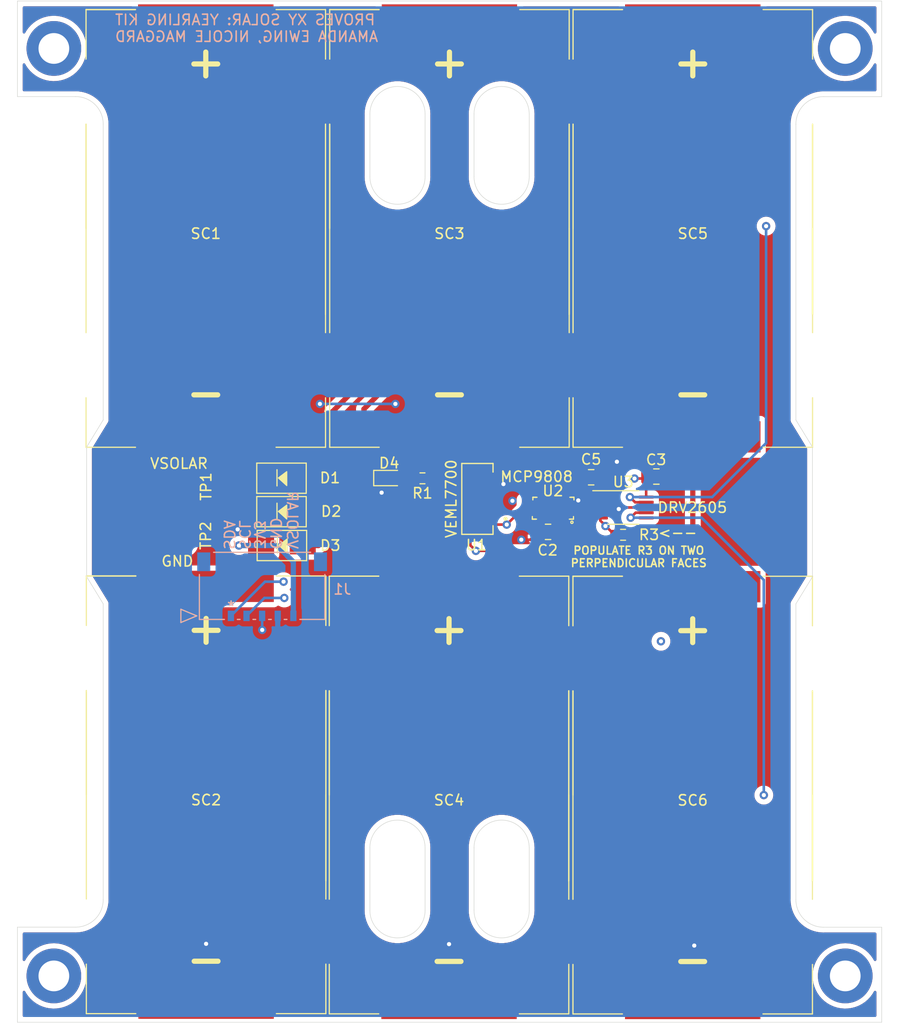
<source format=kicad_pcb>
(kicad_pcb (version 20211014) (generator pcbnew)
  (title_block (title "Yearling Kit XY Faces") (date "2023-03-20") (rev "3.0"))
  (layers (0 "F.Cu" signal) (1 "In1.Cu" signal) (2 "In2.Cu" signal) (31 "B.Cu" signal) (34 "B.Paste" user) (35 "F.Paste" user) (36 "B.SilkS" user "B.Silkscreen") (37 "F.SilkS" user "F.Silkscreen") (38 "B.Mask" user) (39 "F.Mask" user) (44 "Edge.Cuts" user))
  (net 0 "")
  (net 1 "GND")
  (net 2 "+3V3")
  (net 3 "VSOLAR")
  (net 4 "Net-(SC1-Pad2)")
  (net 5 "Net-(SC3-Pad2)")
  (net 6 "Net-(D1-Pad2)")
  (net 7 "Net-(D2-Pad2)")
  (net 8 "SDA")
  (net 9 "SCL")
  (net 10 "Net-(C5-Pad1)")
  (net 17 "Net-(C3-Pad1)")
  (net 20 "Net-(U3-Pad7)")
  (net 21 "Net-(D3-Pad2)")
  (net 22 "Net-(SC5-Pad2)")
  (net 23 "Net-(D4-Pad2)")
  (footprint "SolarPanelBoards:MountingHoles" (layer "F.Cu") (at 106 70.3)
    (fp_text reference "J2" (at 0.54 0.01) (layer "F.SilkS"))
    (fp_text value "Conn_01x01")
    (pad "1" thru_hole circle locked (at 0.5 0) (size 5.25 5.25) (drill 2.95) (layers *.Cu *.Mask))
  )
  (footprint "SolarPanelBoards:MountingHoles" (layer "F.Cu") (at 106 159.3)
    (fp_text reference "J3" (at 0.42 0.13) (layer "F.SilkS"))
    (fp_text value "Conn_01x01")
    (pad "1" thru_hole circle locked (at 0.5 0) (size 5.25 5.25) (drill 2.95) (layers *.Cu *.Mask))
  )
  (footprint "SolarPanelBoards:MountingHoles" (layer "F.Cu") (at 183 70.3)
    (fp_text reference "J4" (at -0.4 0.08) (layer "F.SilkS"))
    (fp_text value "Conn_01x01")
    (pad "1" thru_hole circle locked (at -0.5 0) (size 5.25 5.25) (drill 2.95) (layers *.Cu *.Mask))
  )
  (footprint "SolarPanelBoards:MountingHoles" (layer "F.Cu") (at 183 159.3)
    (fp_text reference "J5" (at -0.62 0.07) (layer "F.SilkS"))
    (fp_text value "Conn_01x01")
    (pad "1" thru_hole circle locked (at -0.5 0) (size 5.25 5.25) (drill 2.95) (layers *.Cu *.Mask))
  )
  (footprint "SolarPanelBoards:MCP9808-NoLeadPackage" (layer "F.Cu") (at 154.45 114.42 90)
    (fp_text reference "U2" (at 1.66 -0.02 180) (layer "F.SilkS"))
    (fp_text value "MCP9808_DFN")
    (fp_line (start 1.05 -1.95) (end 0.8 -1.95) (layer "F.SilkS") (width 0.12))
    (fp_line (start -1.05 -2) (end -0.8 -2) (layer "F.SilkS") (width 0.12))
    (fp_line (start 1.05 -1.65) (end 1.05 -1.55) (layer "F.SilkS") (width 0.12))
    (fp_line (start 1.05 2) (end 1.05 1.7) (layer "F.SilkS") (width 0.12))
    (fp_line (start -1.05 1.95) (end -0.8 1.95) (layer "F.SilkS") (width 0.12))
    (fp_line (start -1.05 -2) (end -1.05 -1.7) (layer "F.SilkS") (width 0.12))
    (fp_line (start -1.05 1.65) (end -1.05 1.95) (layer "F.SilkS") (width 0.12))
    (fp_line (start 1.05 1.7) (end 1.05 1.6) (layer "F.SilkS") (width 0.12))
    (fp_line (start -1.05 1.65) (end -1.05 1.55) (layer "F.SilkS") (width 0.12))
    (fp_line (start 1.05 1.7) (end 1.05 2) (layer "F.SilkS") (width 0.12))
    (fp_line (start 1.05 2) (end 0.8 2) (layer "F.SilkS") (width 0.12))
    (fp_line (start 1.05 -1.65) (end 1.05 -1.95) (layer "F.SilkS") (width 0.12))
    (fp_line (start 1.05 -1.95) (end 1.05 -1.65) (layer "F.SilkS") (width 0.12))
    (fp_line (start -1.05 -1.7) (end -1.05 -1.6) (layer "F.SilkS") (width 0.12))
    (fp_line (start -1.05 -1.7) (end -1.05 -2) (layer "F.SilkS") (width 0.12))
    (fp_line (start -1.05 1.95) (end -1.05 1.65) (layer "F.SilkS") (width 0.12))
    (fp_circle (center -1.35 1.8) (end -1.3 1.8) (layer "F.SilkS") (width 0.12) (fill none))
    (pad "1" smd rect (at -0.75 1.45 90) (size 0.3 0.75) (layers "F.Cu" "F.Paste" "F.Mask") (net 8 "SDA"))
    (pad "2" smd rect (at -0.25 1.45 90) (size 0.3 0.75) (layers "F.Cu" "F.Paste" "F.Mask") (net 9 "SCL"))
    (pad "3" smd rect (at 0.25 1.45 90) (size 0.3 0.75) (layers "F.Cu" "F.Paste" "F.Mask"))
    (pad "4" smd rect (at 0.75 1.45 90) (size 0.3 0.75) (layers "F.Cu" "F.Paste" "F.Mask") (net 1 "GND"))
    (pad "5" smd rect (at 0.75 -1.45 270) (size 0.3 0.75) (layers "F.Cu" "F.Paste" "F.Mask") (net 1 "GND"))
    (pad "6" smd rect (at 0.25 -1.45 270) (size 0.3 0.75) (layers "F.Cu" "F.Paste" "F.Mask") (net 2 "+3V3"))
    (pad "7" smd rect (at -0.25 -1.45 270) (size 0.3 0.75) (layers "F.Cu" "F.Paste" "F.Mask") (net 2 "+3V3"))
    (pad "8" smd rect (at -0.75 -1.45 270) (size 0.3 0.75) (layers "F.Cu" "F.Paste" "F.Mask") (net 2 "+3V3"))
    (pad "9" smd rect (at 0 0 90) (size 1.45 1.75) (layers "F.Cu" "F.Paste" "F.Mask") (net 1 "GND"))
  )
  (footprint "SolarPanelBoards:KXOB101K08F-TR" (layer "F.Cu") (at 167.86 87.57)
    (fp_text reference "SC5" (at 0 0.5) (layer "F.SilkS"))
    (fp_text value "SM101K07TF")
    (fp_text user "+" (at 0 -16) (layer "F.SilkS") (effects (font (size 3 3) (thickness 0.5))))
    (fp_text user "-" (at 0 15.75) (layer "F.SilkS") (effects (font (size 3 3) (thickness 0.5))))
    (fp_line (start -6.75 -21) (end -11.5 -21) (layer "F.SilkS") (width 0.12))
    (fp_line (start 11.5 0) (end 11.5 10) (layer "F.SilkS") (width 0.12))
    (fp_line (start -11.5 -10) (end -11.5 10) (layer "F.SilkS") (width 0.12))
    (fp_line (start -11.5 0) (end -11.5 -10) (layer "F.SilkS") (width 0.12))
    (fp_line (start 11.5 0) (end 11.5 -10) (layer "F.SilkS") (width 0.12))
    (fp_line (start 11.5 8.25) (end 11.5 0) (layer "F.SilkS") (width 0.12))
    (fp_line (start -11.5 -21) (end -11.5 -16.25) (layer "F.SilkS") (width 0.12))
    (fp_line (start 11.5 -10) (end 11.5 8.25) (layer "F.SilkS") (width 0.12))
    (fp_line (start -11.5 -21) (end -6.75 -21) (layer "F.SilkS") (width 0.12))
    (fp_line (start -11.5 21) (end -6.75 21) (layer "F.SilkS") (width 0.12))
    (fp_line (start -11.5 21) (end -11.5 16.25) (layer "F.SilkS") (width 0.12))
    (fp_line (start 11.5 -21) (end 11.5 -16.25) (layer "F.SilkS") (width 0.12))
    (fp_line (start 6.75 21) (end 11.5 21) (layer "F.SilkS") (width 0.12))
    (fp_line (start 6.75 -21) (end 11.5 -21) (layer "F.SilkS") (width 0.12))
    (fp_line (start 11.5 21) (end 11.5 16.25) (layer "F.SilkS") (width 0.12))
    (pad "1" smd rect (at 0 -20) (size 13 3) (layers "F.Cu" "F.Paste" "F.Mask") (net 21 "Net-(D3-Pad2)"))
    (pad "2" smd rect (at 0 20) (size 13 3) (layers "F.Cu" "F.Paste" "F.Mask") (net 22 "Net-(SC5-Pad2)"))
  )
  (footprint "SolarPanelBoards:Test Pad" (layer "F.Cu") (at 118.37 112.45 90)
    (fp_text reference "TP1" (at 0.11 2.75 90 unlocked) (layer "F.SilkS"))
    (fp_text value "TestPoint")
    (pad "1" smd roundrect (at 0 0 90) (size 3 3) (layers "F.Cu" "F.Paste" "F.Mask") (net 3 "VSOLAR"))
  )
  (footprint "SolarPanelBoards:DO-214AC" (layer "F.Cu") (at 128.4 118)
    (fp_text reference "D3" (at 4.65 0) (layer "F.SilkS"))
    (fp_text value "CDBA240LL-HF")
    (fp_line (start -2.375 1.45) (end 2.375 1.45) (layer "F.SilkS") (width 0.12))
    (fp_line (start -2.375 1.45) (end -2.375 -1.45) (layer "F.SilkS") (width 0.12))
    (fp_line (start 2.375 1.45) (end 2.375 -1.45) (layer "F.SilkS") (width 0.12))
    (fp_line (start -0.4318 -0.8128) (end -0.4318 0.7366) (layer "F.SilkS") (width 0.12))
    (fp_line (start -2.375 -1.45) (end 2.375 -1.45) (layer "F.SilkS") (width 0.12))
    (fp_poly (pts (xy 0.508 0.7112) (xy -0.3048 -0.0254) (xy 0.508 -0.635)) (layer "F.SilkS") (width 0.1) (fill solid))
    (pad "1" smd rect locked (at -2 0) (size 2.5 1.7) (layers "F.Cu" "F.Paste" "F.Mask") (net 3 "VSOLAR"))
    (pad "2" smd rect locked (at 2 0) (size 2.5 1.7) (layers "F.Cu" "F.Paste" "F.Mask") (net 21 "Net-(D3-Pad2)"))
  )
  (footprint "SolarPanelBoards:Test Pad" (layer "F.Cu") (at 118.36 117.05 90)
    (fp_text reference "TP2" (at 0 2.73 90 unlocked) (layer "F.SilkS"))
    (fp_text value "TestPoint")
    (pad "1" smd roundrect (at 0 0 90) (size 3 3) (layers "F.Cu" "F.Paste" "F.Mask") (net 1 "GND"))
  )
  (footprint "SolarPanelBoards:DO-214AC" (layer "F.Cu") (at 128.36 111.54)
    (fp_text reference "D1" (at 4.66 -0.03) (layer "F.SilkS"))
    (fp_text value "CDBA240LL-HF")
    (fp_line (start -2.375 1.45) (end -2.375 -1.45) (layer "F.SilkS") (width 0.12))
    (fp_line (start 2.375 1.45) (end 2.375 -1.45) (layer "F.SilkS") (width 0.12))
    (fp_line (start -2.375 1.45) (end 2.375 1.45) (layer "F.SilkS") (width 0.12))
    (fp_line (start -2.375 -1.45) (end 2.375 -1.45) (layer "F.SilkS") (width 0.12))
    (fp_line (start -0.4318 -0.8128) (end -0.4318 0.7366) (layer "F.SilkS") (width 0.12))
    (fp_poly (pts (xy 0.508 0.7112) (xy -0.3048 -0.0254) (xy 0.508 -0.635)) (layer "F.SilkS") (width 0.1) (fill solid))
    (pad "1" smd rect locked (at -2 0) (size 2.5 1.7) (layers "F.Cu" "F.Paste" "F.Mask") (net 3 "VSOLAR"))
    (pad "2" smd rect locked (at 2 0) (size 2.5 1.7) (layers "F.Cu" "F.Paste" "F.Mask") (net 6 "Net-(D1-Pad2)"))
  )
  (footprint "SolarPanelBoards:KXOB101K08F-TR" (layer "F.Cu") (at 144.49 87.57)
    (fp_text reference "SC3" (at 0 0.5) (layer "F.SilkS"))
    (fp_text value "SM101K07TF")
    (fp_text user "-" (at 0 15.75) (layer "F.SilkS") (effects (font (size 3 3) (thickness 0.5))))
    (fp_text user "+" (at 0 -16) (layer "F.SilkS") (effects (font (size 3 3) (thickness 0.5))))
    (fp_line (start -11.5 0) (end -11.5 -10) (layer "F.SilkS") (width 0.12))
    (fp_line (start -11.5 -10) (end -11.5 10) (layer "F.SilkS") (width 0.12))
    (fp_line (start 6.75 -21) (end 11.5 -21) (layer "F.SilkS") (width 0.12))
    (fp_line (start 11.5 -21) (end 11.5 -16.25) (layer "F.SilkS") (width 0.12))
    (fp_line (start -11.5 -21) (end -11.5 -16.25) (layer "F.SilkS") (width 0.12))
    (fp_line (start 11.5 -10) (end 11.5 8.25) (layer "F.SilkS") (width 0.12))
    (fp_line (start -11.5 21) (end -6.75 21) (layer "F.SilkS") (width 0.12))
    (fp_line (start -11.5 21) (end -11.5 16.25) (layer "F.SilkS") (width 0.12))
    (fp_line (start -6.75 -21) (end -11.5 -21) (layer "F.SilkS") (width 0.12))
    (fp_line (start 11.5 8.25) (end 11.5 0) (layer "F.SilkS") (width 0.12))
    (fp_line (start 6.75 21) (end 11.5 21) (layer "F.SilkS") (width 0.12))
    (fp_line (start 11.5 21) (end 11.5 16.25) (layer "F.SilkS") (width 0.12))
    (fp_line (start -11.5 -21) (end -6.75 -21) (layer "F.SilkS") (width 0.12))
    (fp_line (start 11.5 0) (end 11.5 10) (layer "F.SilkS") (width 0.12))
    (fp_line (start 11.5 0) (end 11.5 -10) (layer "F.SilkS") (width 0.12))
    (pad "1" smd rect (at 0 -20) (size 13 3) (layers "F.Cu" "F.Paste" "F.Mask") (net 7 "Net-(D2-Pad2)"))
    (pad "2" smd rect (at 0 20) (size 13 3) (layers "F.Cu" "F.Paste" "F.Mask") (net 5 "Net-(SC3-Pad2)"))
  )
  (footprint "SolarPanelBoards:KXOB101K08F-TR" (layer "F.Cu") (at 144.45 141.94)
    (fp_text reference "SC4" (at 0 0.5) (layer "F.SilkS"))
    (fp_text value "SM101K07TF")
    (fp_text user "-" (at 0 15.75) (layer "F.SilkS") (effects (font (size 3 3) (thickness 0.5))))
    (fp_text user "+" (at 0 -16) (layer "F.SilkS") (effects (font (size 3 3) (thickness 0.5))))
    (fp_line (start 11.5 0) (end 11.5 -10) (layer "F.SilkS") (width 0.12))
    (fp_line (start -11.5 -10) (end -11.5 10) (layer "F.SilkS") (width 0.12))
    (fp_line (start 11.5 -10) (end 11.5 8.25) (layer "F.SilkS") (width 0.12))
    (fp_line (start -11.5 21) (end -6.75 21) (layer "F.SilkS") (width 0.12))
    (fp_line (start 11.5 8.25) (end 11.5 0) (layer "F.SilkS") (width 0.12))
    (fp_line (start -11.5 0) (end -11.5 -10) (layer "F.SilkS") (width 0.12))
    (fp_line (start 11.5 -21) (end 11.5 -16.25) (layer "F.SilkS") (width 0.12))
    (fp_line (start 11.5 0) (end 11.5 10) (layer "F.SilkS") (width 0.12))
    (fp_line (start -6.75 -21) (end -11.5 -21) (layer "F.SilkS") (width 0.12))
    (fp_line (start -11.5 -21) (end -6.75 -21) (layer "F.SilkS") (width 0.12))
    (fp_line (start 11.5 21) (end 11.5 16.25) (layer "F.SilkS") (width 0.12))
    (fp_line (start 6.75 -21) (end 11.5 -21) (layer "F.SilkS") (width 0.12))
    (fp_line (start 6.75 21) (end 11.5 21) (layer "F.SilkS") (width 0.12))
    (fp_line (start -11.5 -21) (end -11.5 -16.25) (layer "F.SilkS") (width 0.12))
    (fp_line (start -11.5 21) (end -11.5 16.25) (layer "F.SilkS") (width 0.12))
    (pad "1" smd rect (at 0 -20) (size 13 3) (layers "F.Cu" "F.Paste" "F.Mask") (net 5 "Net-(SC3-Pad2)"))
    (pad "2" smd rect (at 0 20) (size 13 3) (layers "F.Cu" "F.Paste" "F.Mask") (net 1 "GND"))
  )
  (footprint "SolarPanelBoards:KXOB101K08F-TR" (layer "F.Cu") (at 121.12 141.92)
    (fp_text reference "SC2" (at 0 0.5) (layer "F.SilkS"))
    (fp_text value "SM101K07TF")
    (fp_text user "+" (at 0 -16) (layer "F.SilkS") (effects (font (size 3 3) (thickness 0.5))))
    (fp_text user "-" (at 0 15.75) (layer "F.SilkS") (effects (font (size 3 3) (thickness 0.5))))
    (fp_line (start 11.5 8.25) (end 11.5 0) (layer "F.SilkS") (width 0.12))
    (fp_line (start -11.5 21) (end -6.75 21) (layer "F.SilkS") (width 0.12))
    (fp_line (start -11.5 21) (end -11.5 16.25) (layer "F.SilkS") (width 0.12))
    (fp_line (start -6.75 -21) (end -11.5 -21) (layer "F.SilkS") (width 0.12))
    (fp_line (start 11.5 -10) (end 11.5 8.25) (layer "F.SilkS") (width 0.12))
    (fp_line (start -11.5 0) (end -11.5 -10) (layer "F.SilkS") (width 0.12))
    (fp_line (start -11.5 -10) (end -11.5 10) (layer "F.SilkS") (width 0.12))
    (fp_line (start 11.5 0) (end 11.5 -10) (layer "F.SilkS") (width 0.12))
    (fp_line (start 11.5 -21) (end 11.5 -16.25) (layer "F.SilkS") (width 0.12))
    (fp_line (start -11.5 -21) (end -6.75 -21) (layer "F.SilkS") (width 0.12))
    (fp_line (start 6.75 -21) (end 11.5 -21) (layer "F.SilkS") (width 0.12))
    (fp_line (start -11.5 -21) (end -11.5 -16.25) (layer "F.SilkS") (width 0.12))
    (fp_line (start 11.5 0) (end 11.5 10) (layer "F.SilkS") (width 0.12))
    (fp_line (start 11.5 21) (end 11.5 16.25) (layer "F.SilkS") (width 0.12))
    (fp_line (start 6.75 21) (end 11.5 21) (layer "F.SilkS") (width 0.12))
    (pad "1" smd rect (at 0 -20) (size 13 3) (layers "F.Cu" "F.Paste" "F.Mask") (net 4 "Net-(SC1-Pad2)"))
    (pad "2" smd rect (at 0 20) (size 13 3) (layers "F.Cu" "F.Paste" "F.Mask") (net 1 "GND"))
  )
  (footprint "SolarPanelBoards:DO-214AC" (layer "F.Cu") (at 128.36 114.75)
    (fp_text reference "D2" (at 4.77 -0.02) (layer "F.SilkS"))
    (fp_text value "CDBA240LL-HF")
    (fp_line (start -2.375 1.45) (end -2.375 -1.45) (layer "F.SilkS") (width 0.12))
    (fp_line (start -2.375 -1.45) (end 2.375 -1.45) (layer "F.SilkS") (width 0.12))
    (fp_line (start 2.375 1.45) (end 2.375 -1.45) (layer "F.SilkS") (width 0.12))
    (fp_line (start -2.375 1.45) (end 2.375 1.45) (layer "F.SilkS") (width 0.12))
    (fp_line (start -0.4318 -0.8128) (end -0.4318 0.7366) (layer "F.SilkS") (width 0.12))
    (fp_poly (pts (xy 0.508 0.7112) (xy -0.3048 -0.0254) (xy 0.508 -0.635)) (layer "F.SilkS") (width 0.1) (fill solid))
    (pad "1" smd rect locked (at -2 0) (size 2.5 1.7) (layers "F.Cu" "F.Paste" "F.Mask") (net 3 "VSOLAR"))
    (pad "2" smd rect locked (at 2 0) (size 2.5 1.7) (layers "F.Cu" "F.Paste" "F.Mask") (net 7 "Net-(D2-Pad2)"))
  )
  (footprint "SolarPanelBoards:KXOB101K08F-TR" (layer "F.Cu") (at 167.85 141.95)
    (fp_text reference "SC6" (at 0 0.5) (layer "F.SilkS"))
    (fp_text value "SM101K07TF")
    (fp_text user "-" (at 0 15.75) (layer "F.SilkS") (effects (font (size 3 3) (thickness 0.5))))
    (fp_text user "+" (at 0 -16) (layer "F.SilkS") (effects (font (size 3 3) (thickness 0.5))))
    (fp_line (start 11.5 0) (end 11.5 10) (layer "F.SilkS") (width 0.12))
    (fp_line (start -6.75 -21) (end -11.5 -21) (layer "F.SilkS") (width 0.12))
    (fp_line (start -11.5 0) (end -11.5 -10) (layer "F.SilkS") (width 0.12))
    (fp_line (start 6.75 -21) (end 11.5 -21) (layer "F.SilkS") (width 0.12))
    (fp_line (start 11.5 0) (end 11.5 -10) (layer "F.SilkS") (width 0.12))
    (fp_line (start -11.5 21) (end -6.75 21) (layer "F.SilkS") (width 0.12))
    (fp_line (start 6.75 21) (end 11.5 21) (layer "F.SilkS") (width 0.12))
    (fp_line (start -11.5 -10) (end -11.5 10) (layer "F.SilkS") (width 0.12))
    (fp_line (start 11.5 -21) (end 11.5 -16.25) (layer "F.SilkS") (width 0.12))
    (fp_line (start 11.5 8.25) (end 11.5 0) (layer "F.SilkS") (width 0.12))
    (fp_line (start -11.5 21) (end -11.5 16.25) (layer "F.SilkS") (width 0.12))
    (fp_line (start -11.5 -21) (end -6.75 -21) (layer "F.SilkS") (width 0.12))
    (fp_line (start -11.5 -21) (end -11.5 -16.25) (layer "F.SilkS") (width 0.12))
    (fp_line (start 11.5 -10) (end 11.5 8.25) (layer "F.SilkS") (width 0.12))
    (fp_line (start 11.5 21) (end 11.5 16.25) (layer "F.SilkS") (width 0.12))
    (pad "1" smd rect (at 0 -20) (size 13 3) (layers "F.Cu" "F.Paste" "F.Mask") (net 22 "Net-(SC5-Pad2)"))
    (pad "2" smd rect (at 0 20) (size 13 3) (layers "F.Cu" "F.Paste" "F.Mask") (net 1 "GND"))
  )
  (footprint "Capacitor_SMD:C_0805_2012Metric" (layer "F.Cu") (at 153.96 116.69)
    (fp_text reference "C2" (at -0.04 1.76) (layer "F.SilkS"))
    (fp_text value "1uF")
    (fp_line (start -0.261252 -0.735) (end 0.261252 -0.735) (layer "F.SilkS") (width 0.12))
    (fp_line (start -0.261252 0.735) (end 0.261252 0.735) (layer "F.SilkS") (width 0.12))
    (pad "1" smd roundrect (at -0.95 0) (size 1 1.45) (layers "F.Cu" "F.Paste" "F.Mask") (net 2 "+3V3"))
    (pad "2" smd roundrect (at 0.95 0) (size 1 1.45) (layers "F.Cu" "F.Paste" "F.Mask") (net 1 "GND"))
  )
  (footprint "Capacitor_SMD:C_0805_2012Metric" (layer "F.Cu") (at 158.1 111.45 180)
    (fp_text reference "C5" (at 0.01 1.72) (layer "F.SilkS"))
    (fp_text value "1uF")
    (fp_line (start -0.261252 0.735) (end 0.261252 0.735) (layer "F.SilkS") (width 0.12))
    (fp_line (start -0.261252 -0.735) (end 0.261252 -0.735) (layer "F.SilkS") (width 0.12))
    (pad "1" smd roundrect (at -0.95 0 180) (size 1 1.45) (layers "F.Cu" "F.Paste" "F.Mask") (net 10 "Net-(C5-Pad1)"))
    (pad "2" smd roundrect (at 0.95 0 180) (size 1 1.45) (layers "F.Cu" "F.Paste" "F.Mask") (net 1 "GND"))
  )
  (footprint "VEML7700-TT:XDCR_VEML7700-TT" (layer "F.Cu") (at 147.175 113.525 180)
    (fp_text reference "U1" (at 0.095 -4.435) (layer "F.SilkS"))
    (fp_text value "VEML7700")
    (fp_line (start 1.5 -3.4) (end 1.5 3.4) (layer "F.SilkS") (width 0.127))
    (fp_line (start -1.5 -2.575) (end -1.5 -3.4) (layer "F.SilkS") (width 0.127))
    (fp_line (start -1.5 3.4) (end -1.5 2.575) (layer "F.SilkS") (width 0.127))
    (fp_line (start -1.5 -3.4) (end 1.5 -3.4) (layer "F.SilkS") (width 0.127))
    (fp_line (start 1.5 3.4) (end -1.5 3.4) (layer "F.SilkS") (width 0.127))
    (fp_circle (center -2.7 -1.905) (end -2.6 -1.905) (layer "F.SilkS") (width 0.2) (fill none))
    (pad "1" smd rect locked (at -0.9 -1.905 180) (size 1.6 0.7) (layers "F.Cu" "F.Paste" "F.Mask") (net 9 "SCL"))
    (pad "2" smd rect locked (at -0.9 -0.635 180) (size 1.6 0.7) (layers "F.Cu" "F.Paste" "F.Mask") (net 2 "+3V3"))
    (pad "3" smd rect locked (at -0.9 0.635 180) (size 1.6 0.7) (layers "F.Cu" "F.Paste" "F.Mask") (net 1 "GND"))
    (pad "4" smd rect locked (at -0.9 1.905 180) (size 1.6 0.7) (layers "F.Cu" "F.Paste" "F.Mask") (net 8 "SDA"))
  )
  (footprint "Resistor_SMD:R_0603_1608Metric" (layer "F.Cu") (at 161.165 116.97 180)
    (fp_text reference "R3" (at -2.495 0) (layer "F.SilkS"))
    (fp_text value "0-Ohm")
    (fp_line (start -0.237258 0.5225) (end 0.237258 0.5225) (layer "F.SilkS") (width 0.12))
    (fp_line (start -0.237258 -0.5225) (end 0.237258 -0.5225) (layer "F.SilkS") (width 0.12))
    (pad "1" smd roundrect (at -0.825 0 180) (size 0.8 0.95) (layers "F.Cu" "F.Paste" "F.Mask") (net 2 "+3V3"))
    (pad "2" smd roundrect (at 0.825 0 180) (size 0.8 0.95) (layers "F.Cu" "F.Paste" "F.Mask") (net 17 "Net-(C3-Pad1)"))
  )
  (footprint "Capacitor_SMD:C_0805_2012Metric" (layer "F.Cu") (at 164.36 111.38)
    (fp_text reference "C3" (at -0.02 -1.61 180) (layer "F.SilkS"))
    (fp_text value "1uF")
    (fp_line (start -0.261252 0.735) (end 0.261252 0.735) (layer "F.SilkS") (width 0.12))
    (fp_line (start -0.261252 -0.735) (end 0.261252 -0.735) (layer "F.SilkS") (width 0.12))
    (pad "1" smd roundrect (at -0.95 0) (size 1 1.45) (layers "F.Cu" "F.Paste" "F.Mask") (net 17 "Net-(C3-Pad1)"))
    (pad "2" smd roundrect (at 0.95 0) (size 1 1.45) (layers "F.Cu" "F.Paste" "F.Mask") (net 1 "GND"))
  )
  (footprint "LED_SMD:LED_0603_1608Metric" (layer "F.Cu") (at 138.7 111.525)
    (fp_text reference "D4" (at 0 -1.43) (layer "F.SilkS"))
    (fp_text value "CQY99")
    (fp_line (start 0.8 -0.735) (end -1.485 -0.735) (layer "F.SilkS") (width 0.12))
    (fp_line (start -1.485 0.735) (end 0.8 0.735) (layer "F.SilkS") (width 0.12))
    (fp_line (start -1.485 -0.735) (end -1.485 0.735) (layer "F.SilkS") (width 0.12))
    (pad "1" smd roundrect (at -0.7875 0) (size 0.875 0.95) (layers "F.Cu" "F.Paste" "F.Mask") (net 1 "GND"))
    (pad "2" smd roundrect (at 0.7875 0) (size 0.875 0.95) (layers "F.Cu" "F.Paste" "F.Mask") (net 23 "Net-(D4-Pad2)"))
  )
  (footprint "SolarPanelBoards:KXOB101K08F-TR" (layer "F.Cu") (at 121.09 87.57)
    (fp_text reference "SC1" (at 0 0.5) (layer "F.SilkS"))
    (fp_text value "SM101K07TF")
    (fp_text user "+" (at 0 -16) (layer "F.SilkS") (effects (font (size 3 3) (thickness 0.5))))
    (fp_text user "-" (at 0 15.75) (layer "F.SilkS") (effects (font (size 3 3) (thickness 0.5))))
    (fp_line (start 11.5 -21) (end 11.5 -16.25) (layer "F.SilkS") (width 0.12))
    (fp_line (start -6.75 -21) (end -11.5 -21) (layer "F.SilkS") (width 0.12))
    (fp_line (start 6.75 21) (end 11.5 21) (layer "F.SilkS") (width 0.12))
    (fp_line (start -11.5 21) (end -11.5 16.25) (layer "F.SilkS") (width 0.12))
    (fp_line (start 11.5 8.25) (end 11.5 0) (layer "F.SilkS") (width 0.12))
    (fp_line (start -11.5 21) (end -6.75 21) (layer "F.SilkS") (width 0.12))
    (fp_line (start 11.5 21) (end 11.5 16.25) (layer "F.SilkS") (width 0.12))
    (fp_line (start -11.5 -21) (end -11.5 -16.25) (layer "F.SilkS") (width 0.12))
    (fp_line (start 11.5 0) (end 11.5 -10) (layer "F.SilkS") (width 0.12))
    (fp_line (start 6.75 -21) (end 11.5 -21) (layer "F.SilkS") (width 0.12))
    (fp_line (start 11.5 0) (end 11.5 10) (layer "F.SilkS") (width 0.12))
    (fp_line (start 11.5 -10) (end 11.5 8.25) (layer "F.SilkS") (width 0.12))
    (fp_line (start -11.5 -10) (end -11.5 10) (layer "F.SilkS") (width 0.12))
    (fp_line (start -11.5 0) (end -11.5 -10) (layer "F.SilkS") (width 0.12))
    (fp_line (start -11.5 -21) (end -6.75 -21) (layer "F.SilkS") (width 0.12))
    (pad "1" smd rect (at 0 -20) (size 13 3) (layers "F.Cu" "F.Paste" "F.Mask") (net 6 "Net-(D1-Pad2)"))
    (pad "2" smd rect (at 0 20) (size 13 3) (layers "F.Cu" "F.Paste" "F.Mask") (net 4 "Net-(SC1-Pad2)"))
  )
  (footprint "Resistor_SMD:R_0603_1608Metric" (layer "F.Cu") (at 141.9 111.55 180)
    (fp_text reference "R1" (at 0 -1.43) (layer "F.SilkS"))
    (fp_text value "1k")
    (fp_line (start -0.237258 -0.5225) (end 0.237258 -0.5225) (layer "F.SilkS") (width 0.12))
    (fp_line (start -0.237258 0.5225) (end 0.237258 0.5225) (layer "F.SilkS") (width 0.12))
    (pad "1" smd roundrect (at -0.825 0 180) (size 0.8 0.95) (layers "F.Cu" "F.Paste" "F.Mask") (net 2 "+3V3"))
    (pad "2" smd roundrect (at 0.825 0 180) (size 0.8 0.95) (layers "F.Cu" "F.Paste" "F.Mask") (net 23 "Net-(D4-Pad2)"))
  )
  (footprint "Package_SO:VSSOP-10_3x3mm_P0.5mm" (layer "F.Cu") (at 161.18 114.35)
    (fp_text reference "U3" (at 0 -2.45) (layer "F.SilkS"))
    (fp_text value "DRV2605LDGS")
    (fp_line (start 0 1.61) (end 1.5 1.61) (layer "F.SilkS") (width 0.12))
    (fp_line (start 0 -1.61) (end -2.925 -1.61) (layer "F.SilkS") (width 0.12))
    (fp_line (start 0 -1.61) (end 1.5 -1.61) (layer "F.SilkS") (width 0.12))
    (fp_line (start 0 1.61) (end -1.5 1.61) (layer "F.SilkS") (width 0.12))
    (pad "1" smd roundrect (at -2.2 -1) (size 1.45 0.3) (layers "F.Cu" "F.Paste" "F.Mask") (net 10 "Net-(C5-Pad1)"))
    (pad "2" smd roundrect (at -2.2 -0.5) (size 1.45 0.3) (layers "F.Cu" "F.Paste" "F.Mask") (net 9 "SCL"))
    (pad "3" smd roundrect (at -2.2 0) (size 1.45 0.3) (layers "F.Cu" "F.Paste" "F.Mask") (net 8 "SDA"))
    (pad "4" smd roundrect (at -2.2 0.5) (size 1.45 0.3) (layers "F.Cu" "F.Paste" "F.Mask") (net 1 "GND"))
    (pad "5" smd roundrect (at -2.2 1) (size 1.45 0.3) (layers "F.Cu" "F.Paste" "F.Mask") (net 17 "Net-(C3-Pad1)"))
    (pad "6" smd roundrect (at 2.2 1) (size 1.45 0.3) (layers "F.Cu" "F.Paste" "F.Mask"))
    (pad "7" smd roundrect (at 2.2 0.5) (size 1.45 0.3) (layers "F.Cu" "F.Paste" "F.Mask") (net 20 "Net-(U3-Pad7)"))
    (pad "8" smd roundrect (at 2.2 0) (size 1.45 0.3) (layers "F.Cu" "F.Paste" "F.Mask") (net 1 "GND"))
    (pad "9" smd roundrect (at 2.2 -0.5) (size 1.45 0.3) (layers "F.Cu" "F.Paste" "F.Mask") (net 20 "Net-(U3-Pad7)"))
    (pad "10" smd roundrect (at 2.2 -1) (size 1.45 0.3) (layers "F.Cu" "F.Paste" "F.Mask") (net 17 "Net-(C3-Pad1)"))
  )
  (footprint "SolarPanelBoards:CON_5040500591" (layer "B.Cu") (at 123.5 124.75 180)
    (fp_text reference "J1" (at -10.7 2.55) (layer "B.SilkS") (effects (justify mirror)))
    (fp_text value "CON-5040500591" hide)
    (fp_text user "*" (at -0.02 0.88) (layer "B.SilkS") (effects (justify mirror)))
    (fp_line (start -9.024989 -0.34) (end -6.620041 -0.34) (layer "B.SilkS") (width 0.12))
    (fp_line (start -9.024989 3.96996) (end -9.024989 -0.34) (layer "B.SilkS") (width 0.12))
    (fp_line (start -2.379959 -0.34) (end -2.12004 -0.34) (layer "B.SilkS") (width 0.12))
    (fp_line (start -3.879961 -0.34) (end -3.620039 -0.34) (layer "B.SilkS") (width 0.12))
    (fp_line (start 4.802987 -0.635) (end 3.278987 0) (layer "B.SilkS") (width 0.12))
    (fp_line (start -5.379961 -0.34) (end -5.120041 -0.34) (layer "B.SilkS") (width 0.12))
    (fp_line (start 1.660115 6.1) (end -7.660116 6.1) (layer "B.SilkS") (width 0.12))
    (fp_line (start 3.278987 0) (end 4.802987 0.635) (layer "B.SilkS") (width 0.12))
    (fp_line (start -0.87996 -0.34) (end -0.62004 -0.34) (layer "B.SilkS") (width 0.12))
    (fp_line (start 0.62004 -0.34) (end 3.024988 -0.34) (layer "B.SilkS") (width 0.12))
    (fp_line (start 4.802987 0.635) (end 4.802987 -0.635) (layer "B.SilkS") (width 0.12))
    (fp_line (start 3.024988 -0.34) (end 3.024988 3.96996) (layer "B.SilkS") (width 0.12))
    (pad "1" smd rect locked (at 0 0 180) (size 0.6 1) (layers "B.Cu" "B.Paste" "B.Mask") (net 8 "SDA"))
    (pad "2" smd rect locked (at -1.5 0 180) (size 0.6 1) (layers "B.Cu" "B.Paste" "B.Mask") (net 9 "SCL"))
    (pad "3" smd rect locked (at -2.999999 0 180) (size 0.6 1) (layers "B.Cu" "B.Paste" "B.Mask") (net 2 "+3V3"))
    (pad "4" smd rect locked (at -4.500001 0 180) (size 0.6 1) (layers "B.Cu" "B.Paste" "B.Mask") (net 1 "GND"))
    (pad "5" smd rect locked (at -6.000001 0 180) (size 0.6 1) (layers "B.Cu" "B.Paste" "B.Mask") (net 3 "VSOLAR"))
    (pad "6" smd rect locked (at 2.604999 5.19 180) (size 1.25 1.8) (layers "B.Cu" "B.Paste" "B.Mask"))
    (pad "7" smd rect locked (at -8.604999 5.19 180) (size 1.25 1.8) (layers "B.Cu" "B.Paste" "B.Mask"))
  )
  (gr_line (start 136.85 153) (end 136.85 147) (layer "Edge.Cuts") (width 0.05))
  (gr_line (start 142.15 153) (end 142.15 147) (layer "Edge.Cuts") (width 0.05))
  (gr_line (start 146.85 147) (end 146.85 153) (layer "Edge.Cuts") (width 0.05))
  (gr_line (start 152.15 153) (end 152.15 147) (layer "Edge.Cuts") (width 0.05))
  (gr_line (start 142.15 76.6) (end 142.15 82.6) (layer "Edge.Cuts") (width 0.05))
  (gr_line (start 136.85 76.6) (end 136.85 82.6) (layer "Edge.Cuts") (width 0.05))
  (gr_line (start 146.85 76.6) (end 146.85 82.6) (layer "Edge.Cuts") (width 0.05))
  (gr_line (start 152.15 76.6) (end 152.15 82.6) (layer "Edge.Cuts") (width 0.05))
  (gr_line (start 186 65.75) (end 103 65.75) (layer "Edge.Cuts") (width 0.05))
  (gr_line (start 108.58 74.92) (end 103 74.92) (layer "Edge.Cuts") (width 0.05))
  (gr_arc (start 108.58 74.92) (mid 110.461789 75.69114) (end 111.24 77.57) (layer "Edge.Cuts") (width 0.05))
  (gr_line (start 103 65.75) (end 103 74.92) (layer "Edge.Cuts") (width 0.05))
  (gr_line (start 103 154.62) (end 103 163.75) (layer "Edge.Cuts") (width 0.05))
  (gr_arc (start 142.15 82.6) (mid 139.5 85.25) (end 136.85 82.6) (layer "Edge.Cuts") (width 0.05))
  (gr_line (start 186 74.925) (end 180.42 74.925) (layer "Edge.Cuts") (width 0.05))
  (gr_arc (start 146.85 76.6) (mid 149.5 73.95) (end 152.15 76.6) (layer "Edge.Cuts") (width 0.05))
  (gr_line (start 186 74.925) (end 186 65.75) (layer "Edge.Cuts") (width 0.05))
  (gr_arc (start 136.85 76.6) (mid 139.5 73.95) (end 142.15 76.6) (layer "Edge.Cuts") (width 0.05))
  (gr_line (start 111.24 123.595) (end 111.24 151.97) (layer "Edge.Cuts") (width 0.05))
  (gr_line (start 109.65 108.545) (end 109.65 120.995) (layer "Edge.Cuts") (width 0.05))
  (gr_line (start 109.65 120.995) (end 111.24 123.595) (layer "Edge.Cuts") (width 0.05))
  (gr_line (start 103 163.75) (end 186 163.75) (layer "Edge.Cuts") (width 0.05))
  (gr_arc (start 136.85 147) (mid 139.5 144.35) (end 142.15 147) (layer "Edge.Cuts") (width 0.05))
  (gr_line (start 186 163.75) (end 186 154.625) (layer "Edge.Cuts") (width 0.05))
  (gr_arc (start 142.15 153) (mid 139.5 155.65) (end 136.85 153) (layer "Edge.Cuts") (width 0.05))
  (gr_arc (start 177.76 77.575) (mid 178.538203 75.696102) (end 180.42 74.925) (layer "Edge.Cuts") (width 0.05))
  (gr_line (start 109.65 108.545) (end 111.24 105.945) (layer "Edge.Cuts") (width 0.05))
  (gr_line (start 177.76 105.95) (end 179.35 108.55) (layer "Edge.Cuts") (width 0.05))
  (gr_line (start 177.76 77.575) (end 177.76 105.95) (layer "Edge.Cuts") (width 0.05))
  (gr_arc (start 146.85 147) (mid 149.5 144.35) (end 152.15 147) (layer "Edge.Cuts") (width 0.05))
  (gr_arc (start 111.24 151.97) (mid 110.461768 153.848869) (end 108.58 154.62) (layer "Edge.Cuts") (width 0.05))
  (gr_line (start 179.35 108.55) (end 179.35 121) (layer "Edge.Cuts") (width 0.05))
  (gr_arc (start 152.15 153) (mid 149.5 155.65) (end 146.85 153) (layer "Edge.Cuts") (width 0.05))
  (gr_line (start 111.24 77.57) (end 111.24 105.945) (layer "Edge.Cuts") (width 0.05))
  (gr_arc (start 180.42 154.625) (mid 178.538276 153.853824) (end 177.76 151.975) (layer "Edge.Cuts") (width 0.05))
  (gr_line (start 103 154.62) (end 108.58 154.62) (layer "Edge.Cuts") (width 0.05))
  (gr_arc (start 152.15 82.6) (mid 149.5 85.25) (end 146.85 82.6) (layer "Edge.Cuts") (width 0.05))
  (gr_line (start 177.76 123.6) (end 177.76 151.975) (layer "Edge.Cuts") (width 0.05))
  (gr_line (start 177.76 123.6) (end 179.35 121) (layer "Edge.Cuts") (width 0.05))
  (gr_line (start 180.42 154.625) (end 186 154.625) (layer "Edge.Cuts") (width 0.05))
  (gr_text "VSOLAR" (at 129.39 115.56 270) (layer "B.SilkS") (effects (font (size 1 1)) (justify mirror)))
  (gr_text "PROVES XY SOLAR: YEARLING KIT\nAMANDA EWING, NICOLE MAGGARD" (at 112.29 68.36) (layer "B.SilkS") (effects (font (size 1 1)) (justify right mirror)))
  (gr_text "GND" (at 127.8 116.84 270) (layer "B.SilkS") (effects (font (size 1 1)) (justify mirror)))
  (gr_text "3V3" (at 126.24 116.95 270) (layer "B.SilkS") (effects (font (size 1 1)) (justify mirror)))
  (gr_text "SDA" (at 123.33 116.97 270) (layer "B.SilkS") (effects (font (size 1 1)) (justify mirror)))
  (gr_text "SCL" (at 124.81 116.97 270) (layer "B.SilkS") (effects (font (size 1 1)) (justify mirror)))
  (gr_text "GND" (at 118.36 119.51) (layer "F.SilkS") (effects (font (size 1 1))))
  (gr_text "MCP9808" (at 152.86 111.4) (layer "F.SilkS") (effects (font (size 1 1))))
  (gr_text "<--" (at 166.41 116.76) (layer "F.SilkS") (effects (font (size 1 1))))
  (gr_text "VEML7700" (at 144.66 113.51 90) (layer "F.SilkS") (effects (font (size 1 1))))
  (gr_text "DRV2605" (at 167.82 114.36) (layer "F.SilkS") (effects (font (size 1 1))))
  (gr_text "POPULATE R3 ON TWO\nPERPENDICULAR FACES" (at 162.67 119.08) (layer "F.SilkS") (effects (font (size 0.75 0.75))))
  (gr_text "VSOLAR" (at 118.52 110.13) (layer "F.SilkS") (effects (font (size 1 1))))
  (segment (start 148.075 112.89) (end 148.885 112.89) (width 0.25) (layer "F.Cu") (net 1))
  (segment (start 158.36 109.96) (end 158.75 109.96) (width 0.25) (layer "F.Cu") (net 1))
  (segment (start 163.89 109.96) (end 165.31 111.38) (width 0.25) (layer "F.Cu") (net 1))
  (segment (start 158.75 109.96) (end 160.57 109.96) (width 0.25) (layer "F.Cu") (net 1))
  (segment (start 155.9 113.67) (end 155.2 113.67) (width 0.25) (layer "F.Cu") (net 1))
  (segment (start 154.91 116.69) (end 154.91 114.88) (width 0.25) (layer "F.Cu") (net 1))
  (segment (start 155.9 113.67) (end 156.86 113.67) (width 0.25) (layer "F.Cu") (net 1))
  (segment (start 157.15 111.45) (end 157.15 111.17) (width 0.25) (layer "F.Cu") (net 1))
  (segment (start 144.45 161.94) (end 144.45 156.25) (width 0.5) (layer "F.Cu") (net 1))
  (segment (start 154.45 114.42) (end 153.7 113.67) (width 0.25) (layer "F.Cu") (net 1))
  (segment (start 160.9 114.35) (end 160.75 114.5) (width 0.25) (layer "F.Cu") (net 1))
  (segment (start 160.57 109.96) (end 163.89 109.96) (width 0.25) (layer "F.Cu") (net 1))
  (segment (start 154.91 114.88) (end 154.45 114.42) (width 0.25) (layer "F.Cu") (net 1))
  (segment (start 168 161.97) (end 168 156.39) (width 0.5) (layer "F.Cu") (net 1))
  (segment (start 137.9125 112.8625) (end 137.975 112.925) (width 0.25) (layer "F.Cu") (net 1))
  (segment (start 158.98 114.85) (end 160.4 114.85) (width 0.25) (layer "F.Cu") (net 1))
  (segment (start 157.15 111.17) (end 158.36 109.96) (width 0.25) (layer "F.Cu") (net 1))
  (segment (start 121.12 161.92) (end 121.12 156.22) (width 0.5) (layer "F.Cu") (net 1))
  (segment (start 153.7 113.67) (end 153 113.67) (width 0.25) (layer "F.Cu") (net 1))
  (segment (start 160.4 114.85) (end 160.75 114.5) (width 0.25) (layer "F.Cu") (net 1))
  (segment (start 155.2 113.67) (end 154.485 114.385) (width 0.25) (layer "F.Cu") (net 1))
  (segment (start 148.885 112.89) (end 149.675 112.1) (width 0.25) (layer "F.Cu") (net 1))
  (segment (start 163.38 114.35) (end 160.9 114.35) (width 0.25) (layer "F.Cu") (net 1))
  (segment (start 154.485 114.385) (end 154.45 114.42) (width 0.25) (layer "F.Cu") (net 1))
  (segment (start 118.36 117.05) (end 123.55 117.05) (width 0.5) (layer "F.Cu") (net 1))
  (segment (start 137.9125 111.525) (end 137.9125 112.8625) (width 0.25) (layer "F.Cu") (net 1))
  (segment (start 123.55 117.05) (end 124.15 116.45) (width 0.5) (layer "F.Cu") (net 1))
  (via (at 168 156.39) (size 0.8) (drill 0.4) (layers "F.Cu" "B.Cu") (net 1))
  (via (at 156.86 113.67) (size 0.8) (drill 0.4) (layers "F.Cu" "B.Cu") (net 1))
  (via (at 160.57 109.96) (size 0.8) (drill 0.4) (layers "F.Cu" "B.Cu") (net 1))
  (via (at 144.45 156.25) (size 0.8) (drill 0.4) (layers "F.Cu" "B.Cu") (net 1))
  (via (at 149.675 112.1) (size 0.8) (drill 0.4) (layers "F.Cu" "B.Cu") (net 1))
  (via (at 121.12 156.22) (size 0.8) (drill 0.4) (layers "F.Cu" "B.Cu") (net 1))
  (via (at 124.15 116.45) (size 0.8) (drill 0.4) (layers "F.Cu" "B.Cu") (net 1))
  (via (at 137.975 112.925) (size 0.8) (drill 0.4) (layers "F.Cu" "B.Cu") (net 1))
  (via (at 160.75 114.5) (size 0.8) (drill 0.4) (layers "F.Cu" "B.Cu") (net 1))
  (segment (start 153 114.17) (end 153 115.17) (width 0.25) (layer "F.Cu") (net 2))
  (segment (start 153.01 116.69) (end 153.01 115.18) (width 0.25) (layer "F.Cu") (net 2))
  (segment (start 150.54 113.71) (end 150.09 114.16) (width 0.25) (layer "F.Cu") (net 2))
  (segment (start 150.09 114.16) (end 148.075 114.16) (width 0.25) (layer "F.Cu") (net 2))
  (segment (start 153.01 115.18) (end 153 115.17) (width 0.25) (layer "F.Cu") (net 2))
  (segment (start 151.39 117.44) (end 152.26 117.44) (width 0.25) (layer "F.Cu") (net 2))
  (segment (start 152.26 117.44) (end 153.01 116.69) (width 0.25) (layer "F.Cu") (net 2))
  (via (at 139.3 104.41) (size 0.8) (drill 0.4) (layers "F.Cu" "B.Cu") (net 2))
  (via (at 150.54 113.71) (size 0.8) (drill 0.4) (layers "F.Cu" "B.Cu") (net 2))
  (via (at 126.51 126.1) (size 0.8) (drill 0.4) (layers "F.Cu" "B.Cu") (net 2))
  (via (at 151.39 117.44) (size 0.8) (drill 0.4) (layers "F.Cu" "B.Cu") (net 2))
  (via (at 132.05 104.41) (size 0.8) (drill 0.4) (layers "F.Cu" "B.Cu") (net 2))
  (segment (start 139.3 104.41) (end 132.05 104.41) (width 0.25) (layer "B.Cu") (net 2))
  (segment (start 126.499999 126.089999) (end 126.51 126.1) (width 0.25) (layer "B.Cu") (net 2))
  (segment (start 126.499999 124.75) (end 126.499999 126.089999) (width 0.25) (layer "B.Cu") (net 2))
  (segment (start 126.36 117.96) (end 126.4 118) (width 0.5) (layer "F.Cu") (net 3))
  (segment (start 126.36 111.54) (end 126.36 117.96) (width 0.5) (layer "F.Cu") (net 3))
  (segment (start 118.37 112.45) (end 119.28 111.54) (width 0.5) (layer "F.Cu") (net 3))
  (segment (start 126.4 118) (end 124.27 118) (width 0.5) (layer "F.Cu") (net 3))
  (segment (start 119.28 111.54) (end 126.36 111.54) (width 0.5) (layer "F.Cu") (net 3))
  (via (at 124.27 118) (size 0.8) (drill 0.4) (layers "F.Cu" "B.Cu") (net 3))
  (segment (start 129.500001 119.570001) (end 129.500001 124.75) (width 0.5) (layer "B.Cu") (net 3))
  (segment (start 127.93 118) (end 129.500001 119.570001) (width 0.5) (layer "B.Cu") (net 3))
  (segment (start 124.27 118) (end 127.93 118) (width 0.5) (layer "B.Cu") (net 3))
  (segment (start 112.6 110.95) (end 115.98 107.57) (width 0.5) (layer "F.Cu") (net 4))
  (segment (start 112.6 118.49) (end 112.6 110.95) (width 0.5) (layer "F.Cu") (net 4))
  (segment (start 116.03 121.92) (end 112.6 118.49) (width 0.5) (layer "F.Cu") (net 4))
  (segment (start 115.98 107.57) (end 121.09 107.57) (width 0.5) (layer "F.Cu") (net 4))
  (segment (start 121.12 121.92) (end 116.03 121.92) (width 0.5) (layer "F.Cu") (net 4))
  (segment (start 144.49 121.9) (end 144.45 121.94) (width 0.5) (layer "F.Cu") (net 5))
  (segment (start 144.49 107.57) (end 144.49 121.9) (width 0.5) (layer "F.Cu") (net 5))
  (segment (start 130.36 76.84) (end 130.36 111.54) (width 0.5) (layer "F.Cu") (net 6))
  (segment (start 121.09 67.57) (end 130.36 76.84) (width 0.5) (layer "F.Cu") (net 6))
  (segment (start 144.49 93.92) (end 133.24 105.17) (width 0.5) (layer "F.Cu") (net 7))
  (segment (start 133.24 111.87) (end 133.24 105.17) (width 0.5) (layer "F.Cu") (net 7))
  (segment (start 130.36 114.75) (end 133.24 111.87) (width 0.5) (layer "F.Cu") (net 7))
  (segment (start 144.49 67.57) (end 144.49 93.92) (width 0.5) (layer "F.Cu") (net 7))
  (segment (start 155.9 115.17) (end 157.369315 115.17) (width 0.25) (layer "F.Cu") (net 8))
  (segment (start 146.5 117.98) (end 147.03 118.51) (width 0.25) (layer "F.Cu") (net 8))
  (segment (start 157.369315 115.17) (end 158.189315 114.35) (width 0.25) (layer "F.Cu") (net 8))
  (segment (start 155.9 117.44) (end 154.83 118.51) (width 0.25) (layer "F.Cu") (net 8))
  (segment (start 148.075 111.62) (end 146.88 111.62) (width 0.25) (layer "F.Cu") (net 8))
  (segment (start 146.5 112) (end 146.5 117.98) (width 0.25) (layer "F.Cu") (net 8))
  (segment (start 154.83 118.51) (end 147.03 118.51) (width 0.25) (layer "F.Cu") (net 8))
  (segment (start 158.189315 114.35) (end 158.98 114.35) (width 0.25) (layer "F.Cu") (net 8))
  (segment (start 146.88 111.62) (end 146.5 112) (width 0.25) (layer "F.Cu") (net 8))
  (segment (start 155.9 115.17) (end 155.9 117.44) (width 0.25) (layer "F.Cu") (net 8))
  (via (at 147.03 118.51) (size 0.8) (drill 0.4) (layers "F.Cu" "B.Cu") (net 8))
  (via (at 128.56 121.47) (size 0.8) (drill 0.4) (layers "F.Cu" "B.Cu") (net 8))
  (segment (start 126.78 121.47) (end 128.56 121.47) (width 0.25) (layer "B.Cu") (net 8))
  (segment (start 123.5 124.75) (end 126.78 121.47) (width 0.25) (layer "B.Cu") (net 8))
  (segment (start 151.57 114.41) (end 149.99 115.99) (width 0.25) (layer "F.Cu") (net 9))
  (segment (start 157.159315 112.82) (end 152.37 112.82) (width 0.25) (layer "F.Cu") (net 9))
  (segment (start 158.98 113.85) (end 158.189315 113.85) (width 0.25) (layer "F.Cu") (net 9))
  (segment (start 148.635 115.99) (end 148.075 115.43) (width 0.25) (layer "F.Cu") (net 9))
  (segment (start 158.189315 113.85) (end 157.705305 113.85) (width 0.25) (layer "F.Cu") (net 9))
  (segment (start 152.37 112.82) (end 151.57 113.62) (width 0.25) (layer "F.Cu") (net 9))
  (segment (start 157.705305 113.85) (end 156.885305 114.67) (width 0.25) (layer "F.Cu") (net 9))
  (segment (start 149.99 115.99) (end 148.635 115.99) (width 0.25) (layer "F.Cu") (net 9))
  (segment (start 156.885305 114.67) (end 155.9 114.67) (width 0.25) (layer "F.Cu") (net 9))
  (segment (start 151.57 113.62) (end 151.57 114.41) (width 0.25) (layer "F.Cu") (net 9))
  (segment (start 158.189315 113.85) (end 157.159315 112.82) (width 0.25) (layer "F.Cu") (net 9))
  (via (at 128.63 123.03) (size 0.8) (drill 0.4) (layers "F.Cu" "B.Cu") (net 9))
  (via (at 149.99 115.99) (size 0.8) (drill 0.4) (layers "F.Cu" "B.Cu") (net 9))
  (segment (start 125 124.75) (end 126.72 123.03) (width 0.25) (layer "B.Cu") (net 9))
  (segment (start 126.72 123.03) (end 128.63 123.03) (width 0.25) (layer "B.Cu") (net 9))
  (segment (start 159.05 111.45) (end 159.05 113.28) (width 0.25) (layer "F.Cu") (net 10))
  (segment (start 159.05 113.28) (end 158.98 113.35) (width 0.25) (layer "F.Cu") (net 10))
  (segment (start 163.41 111.57) (end 162.26 111.57) (width 0.25) (layer "F.Cu") (net 17))
  (segment (start 158.98 115.35) (end 158.98 115.61) (width 0.25) (layer "F.Cu") (net 17))
  (segment (start 158.98 115.61) (end 160.34 116.97) (width 0.25) (layer "F.Cu") (net 17))
  (segment (start 163.38 113.35) (end 163.38 111.41) (width 0.25) (layer "F.Cu") (net 17))
  (segment (start 163.38 111.41) (end 163.41 111.38) (width 0.25) (layer "F.Cu") (net 17))
  (via (at 159.47 116.13) (size 0.8) (drill 0.4) (layers "F.Cu" "B.Cu") (net 17))
  (via (at 162.26 111.57) (size 0.8) (drill 0.4) (layers "F.Cu" "B.Cu") (net 17))
  (segment (start 163.38 114.85) (end 162.37 114.85) (width 0.25) (layer "F.Cu") (net 20))
  (segment (start 162.32 113.85) (end 161.82 113.35) (width 0.25) (layer "F.Cu") (net 20))
  (segment (start 162.37 114.85) (end 161.89 115.33) (width 0.25) (layer "F.Cu") (net 20))
  (segment (start 163.38 113.85) (end 162.32 113.85) (width 0.25) (layer "F.Cu") (net 20))
  (via (at 161.89 115.33) (size 0.8) (drill 0.4) (layers "F.Cu" "B.Cu") (net 20))
  (via (at 174.68 141.95) (size 0.8) (drill 0.4) (layers "F.Cu" "B.Cu") (net 20))
  (via (at 161.82 113.35) (size 0.8) (drill 0.4) (layers "F.Cu" "B.Cu") (net 20))
  (via (at 164.8 127.19) (size 0.8) (drill 0.4) (layers "F.Cu" "B.Cu") (net 20))
  (via (at 174.9 87.35) (size 0.8) (drill 0.4) (layers "F.Cu" "B.Cu") (net 20))
  (segment (start 161.82 113.35) (end 169.72 113.35) (width 0.25) (layer "B.Cu") (net 20))
  (segment (start 169.72 113.35) (end 174.9 108.17) (width 0.25) (layer "B.Cu") (net 20))
  (segment (start 174.9 108.17) (end 174.9 87.35) (width 0.25) (layer "B.Cu") (net 20))
  (segment (start 174.68 121.31) (end 174.68 141.95) (width 0.25) (layer "B.Cu") (net 20))
  (segment (start 168.7 115.33) (end 174.68 121.31) (width 0.25) (layer "B.Cu") (net 20))
  (segment (start 161.89 115.33) (end 168.7 115.33) (width 0.25) (layer "B.Cu") (net 20))
  (segment (start 136.28 113.63) (end 136.28 104.9) (width 0.5) (layer "F.Cu") (net 21))
  (segment (start 130.4 118) (end 131.91 118) (width 0.5) (layer "F.Cu") (net 21))
  (segment (start 131.91 118) (end 136.28 113.63) (width 0.5) (layer "F.Cu") (net 21))
  (segment (start 136.28 104.9) (end 167.86 73.32) (width 0.5) (layer "F.Cu") (net 21))
  (segment (start 167.86 73.32) (end 167.86 67.57) (width 0.5) (layer "F.Cu") (net 21))
  (segment (start 167.86 121.83) (end 168 121.97) (width 0.5) (layer "F.Cu") (net 22))
  (segment (start 167.86 107.57) (end 167.86 121.83) (width 0.5) (layer "F.Cu") (net 22))
  (segment (start 141.075 111.55) (end 139.5125 111.55) (width 0.25) (layer "F.Cu") (net 23))
  (segment (start 139.5125 111.55) (end 139.4875 111.525) (width 0.25) (layer "F.Cu") (net 23))
  (zone (net 2) (net_name "+3V3") (layer "F.Cu") (connect_pads (clearance 0.508)) (min_thickness 0.254) (fill yes (thermal_gap 0.508) (thermal_bridge_width 0.508))
    (polygon (pts (xy 185.99 163.75) (xy 103 163.75) (xy 103 65.77) (xy 185.98 65.76)))
  )
  (zone (net 1) (net_name "GND") (layer "B.Cu") (connect_pads (clearance 0.508)) (min_thickness 0.254) (fill yes (thermal_gap 0.508) (thermal_bridge_width 0.508))
    (polygon (pts (xy 186 163.75) (xy 103 163.75) (xy 103 65.76) (xy 186 65.76)))
  )
)
</source>
